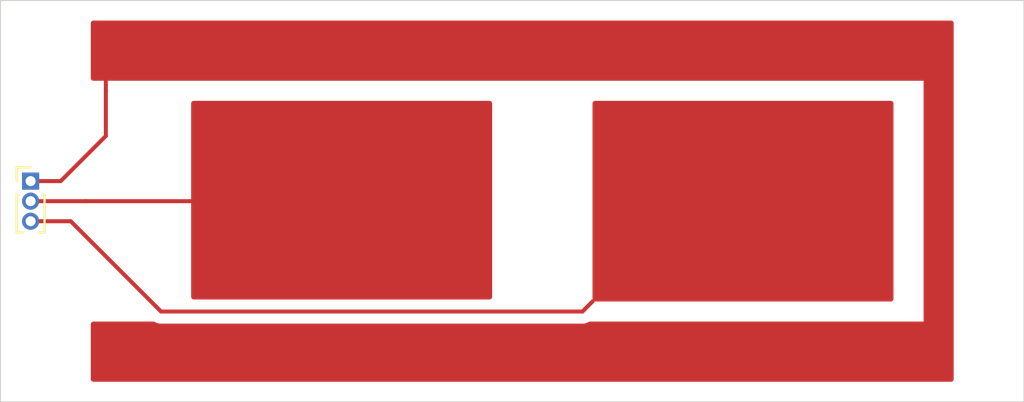
<source format=kicad_pcb>
(kicad_pcb (version 20240108) (generator "pcbnew") (generator_version "8.0")
  (layers (0 "F.Cu" signal) (31 "B.Cu" signal) (34 "B.Paste" user) (35 "F.Paste" user) (36 "B.SilkS" user "B.Silkscreen") (37 "F.SilkS" user "F.Silkscreen") (38 "B.Mask" user) (39 "F.Mask" user) (44 "Edge.Cuts" user))
  (net 0 "")
  (net 1 "GND")
  (net 2 "Electrode_2")
  (net 3 "Electrode_1")
  (footprint "Connector_PinHeader_1.00mm:PinHeader_1x03_P1.00mm_Vertical" (layer "F.Cu") (at 87 54)
    (property "Reference" "J1" (hide yes))
    (property "Value" "Conn_01x03_Pin" (hide yes))
    (fp_line (start -0.695 -0.685) (end 0 -0.685) (stroke (width 0.12)) (layer "F.SilkS"))
    (fp_line (start -0.695 0) (end -0.695 -0.685) (stroke (width 0.12)) (layer "F.SilkS"))
    (fp_line (start -0.695 0.685) (end -0.695 2.56) (stroke (width 0.12)) (layer "F.SilkS"))
    (fp_line (start -0.695 0.685) (end -0.608276 0.685) (stroke (width 0.12)) (layer "F.SilkS"))
    (fp_line (start -0.695 2.56) (end -0.394493 2.56) (stroke (width 0.12)) (layer "F.SilkS"))
    (fp_line (start 0.394493 2.56) (end 0.695 2.56) (stroke (width 0.12)) (layer "F.SilkS"))
    (fp_line (start 0.608276 0.685) (end 0.695 0.685) (stroke (width 0.12)) (layer "F.SilkS"))
    (fp_line (start 0.695 0.685) (end 0.695 2.56) (stroke (width 0.12)) (layer "F.SilkS"))
    (pad "1" thru_hole rect (at 0 0) (size 0.85 0.85) (drill 0.5) (layers "*.Cu" "*.Mask") (net 1 "GND"))
    (pad "2" thru_hole oval (at 0 1) (size 0.85 0.85) (drill 0.5) (layers "*.Cu" "*.Mask") (net 3 "Electrode_1"))
    (pad "3" thru_hole oval (at 0 2) (size 0.85 0.85) (drill 0.5) (layers "*.Cu" "*.Mask") (net 2 "Electrode_2"))
  )
  (gr_rect (start 85.5 45) (end 136.5 65) (stroke (width 0.05)) (fill none) (layer "Edge.Cuts"))
  (segment (start 88.5 54) (end 89 53.5) (width 0.2) (layer "F.Cu") (net 1))
  (segment (start 87 54) (end 88.5 54) (width 0.2) (layer "F.Cu") (net 1))
  (segment (start 89 53.5) (end 90.75 51.75) (width 0.2) (layer "F.Cu") (net 1))
  (segment (start 90.75 49.5) (end 90.75 49) (width 0.2) (layer "F.Cu") (net 1))
  (segment (start 90.75 51.75) (end 90.75 49.5) (width 0.2) (layer "F.Cu") (net 1))
  (segment (start 115 60) (end 114.5 60.5) (width 0.2) (layer "F.Cu") (net 2))
  (segment (start 114.5 60.5) (end 93.5 60.5) (width 0.2) (layer "F.Cu") (net 2))
  (segment (start 89 56) (end 87 56) (width 0.2) (layer "F.Cu") (net 2))
  (segment (start 93.5 60.5) (end 89 56) (width 0.2) (layer "F.Cu") (net 2))
  (segment (start 89.75 55) (end 87 55) (width 0.2) (layer "F.Cu") (net 3))
  (segment (start 95 55) (end 89.75 55) (width 0.2) (layer "F.Cu") (net 3))
  (zone (net 2) (net_name "Electrode_2") (layer "F.Cu") (priority 1) (connect_pads (clearance 0.5)) (min_thickness 0.25) (fill yes (thermal_gap 0.5) (thermal_bridge_width 0.5))
    (polygon (pts (xy 115 50) (xy 115 60) (xy 130 60) (xy 130 50)))
  )
  (zone (net 1) (net_name "GND") (layer "F.Cu") (priority 2) (connect_pads (clearance 0.5)) (min_thickness 0.25) (fill yes (thermal_gap 0.5) (thermal_bridge_width 0.5))
    (polygon (pts (xy 90 49) (xy 90 46) (xy 133 46) (xy 133 64) (xy 90 64) (xy 90 61) (xy 131.5 61) (xy 131.5 49)))
  )
  (zone (net 3) (net_name "Electrode_1") (layer "F.Cu") (connect_pads (clearance 0.5)) (min_thickness 0.25) (fill yes (thermal_gap 0.5) (thermal_bridge_width 0.5))
    (polygon (pts (xy 95 50) (xy 95 60) (xy 110 60) (xy 110 50)))
  )
)
</source>
